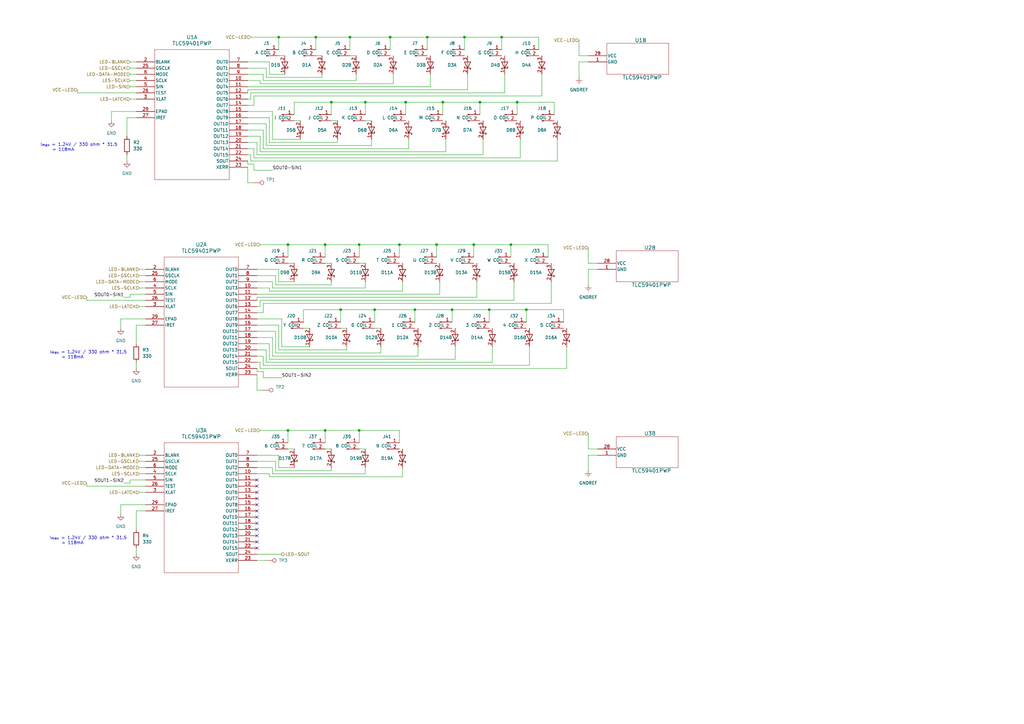
<source format=kicad_sch>
(kicad_sch (version 20230121) (generator eeschema)
  (paper "A3")
  (title_block (title "OUIJA"))
  (lib_symbols
    (symbol "Connector:Conn_01x02_Pin" (pin_names (offset 1.016) hide)
      (property "Reference" "J" (at 0 2.54 0))
      (property "Value" "Conn_01x02_Pin" (at 0 -5.08 0))
      (symbol "Conn_01x02_Pin_1_1"
        (polyline (pts (xy 1.27 -2.54) (xy 0.8636 -2.54)) (stroke (width 0.1524)))
        (polyline (pts (xy 1.27 0) (xy 0.8636 0)) (stroke (width 0.1524)))
        (rectangle (start 0.8636 -2.413) (end 0 -2.667) (stroke (width 0.1524)) (fill (type outline)))
        (rectangle (start 0.8636 0.127) (end 0 -0.127) (stroke (width 0.1524)) (fill (type outline)))
        (pin passive line (at 5.08 0 180) (length 3.81) (name "Pin_1") (number "1"))
        (pin passive line (at 5.08 -2.54 180) (length 3.81) (name "Pin_2") (number "2"))
      )
    )
    (symbol "Connector:TestPoint" (pin_numbers hide) (pin_names (offset 0.762) hide)
      (property "Reference" "TP" (at 0 6.858 0))
      (property "Value" "TestPoint" (at 0 5.08 0))
      (symbol "TestPoint_0_1"
        (circle (center 0 3.302) (radius 0.762))
      )
      (symbol "TestPoint_1_1"
        (pin passive line (at 0 0 90) (length 2.54) (name "1") (number "1"))
      )
    )
    (symbol "Device:D_Schottky_Dual_Series_KCA_Split" (pin_names (offset 0.762) hide)
      (property "Reference" "D" (at 0 2.54 0))
      (property "Value" "D_Schottky_Dual_Series_KCA_Split" (at 0 -2.54 0))
      (symbol "D_Schottky_Dual_Series_KCA_Split_0_1"
        (pin passive line (at 3.81 0 180) (length 2.54) (name "K") (number "2"))
      )
      (symbol "D_Schottky_Dual_Series_KCA_Split_1_1"
        (polyline (pts (xy 1.27 0) (xy -1.27 0)))
        (polyline (pts (xy -1.27 1.27) (xy 1.27 0) (xy -1.27 -1.27) (xy -1.27 1.27) (xy -1.27 1.27) (xy -1.27 1.27)) (stroke (width 0.254)))
        (polyline (pts (xy 1.778 1.016) (xy 1.778 1.27) (xy 1.27 1.27) (xy 1.27 -1.27) (xy 0.762 -1.27) (xy 0.762 -1.016)) (stroke (width 0.254)))
        (pin passive line (at -3.81 0 0) (length 2.54) (name "A") (number "3"))
      )
      (symbol "D_Schottky_Dual_Series_KCA_Split_2_1"
        (polyline (pts (xy -1.27 0) (xy 1.27 0)))
        (polyline (pts (xy -1.778 1.016) (xy -1.778 1.27) (xy -1.27 1.27) (xy -1.27 -1.27) (xy -0.762 -1.27) (xy -0.762 -1.016)) (stroke (width 0.254)))
        (polyline (pts (xy 1.27 1.27) (xy -1.27 0) (xy 1.27 -1.27) (xy 1.27 1.27) (xy 1.27 1.27) (xy 1.27 1.27)) (stroke (width 0.254)))
        (pin passive line (at -3.81 0 0) (length 2.54) (name "K") (number "1"))
      )
    )
    (symbol "Device:R" (pin_numbers hide) (pin_names (offset 0))
      (property "Reference" "R" (at 2.032 0 90))
      (property "Value" "R" (at 0 0 90))
      (symbol "R_0_1"
        (rectangle (start -1.016 -2.54) (end 1.016 2.54) (stroke (width 0.254)))
      )
      (symbol "R_1_1"
        (pin passive line (at 0 3.81 270) (length 1.27) (name "~") (number "1"))
        (pin passive line (at 0 -3.81 90) (length 1.27) (name "~") (number "2"))
      )
    )
    (symbol "library:TLC59401PWP" (pin_names (offset 0.254))
      (property "Reference" "U" (at 22.86 10.16 0))
      (property "Value" "TLC59401PWP" (at 22.86 7.62 0))
      (symbol "TLC59401PWP_1_1"
        (polyline (pts (xy 7.62 -48.26) (xy 38.1 -48.26)) (stroke (width 0.127)))
        (polyline (pts (xy 7.62 5.08) (xy 7.62 -48.26)) (stroke (width 0.127)))
        (polyline (pts (xy 38.1 -48.26) (xy 38.1 5.08)) (stroke (width 0.127)))
        (polyline (pts (xy 38.1 5.08) (xy 7.62 5.08)) (stroke (width 0.127)))
        (pin output line (at 45.72 -7.62 180) (length 7.62) (name "OUT3") (number "10"))
        (pin output line (at 45.72 -10.16 180) (length 7.62) (name "OUT4") (number "11"))
        (pin output line (at 45.72 -12.7 180) (length 7.62) (name "OUT5") (number "12"))
        (pin output line (at 45.72 -15.24 180) (length 7.62) (name "OUT6") (number "13"))
        (pin output line (at 45.72 -17.78 180) (length 7.62) (name "OUT7") (number "14"))
        (pin output line (at 45.72 -20.32 180) (length 7.62) (name "OUT8") (number "15"))
        (pin output line (at 45.72 -22.86 180) (length 7.62) (name "OUT9") (number "16"))
        (pin output line (at 45.72 -25.4 180) (length 7.62) (name "OUT10") (number "17"))
        (pin output line (at 45.72 -27.94 180) (length 7.62) (name "OUT11") (number "18"))
        (pin output line (at 45.72 -30.48 180) (length 7.62) (name "OUT12") (number "19"))
        (pin input line (at 0 0 0) (length 7.62) (name "BLANK") (number "2"))
        (pin output line (at 45.72 -33.02 180) (length 7.62) (name "OUT13") (number "20"))
        (pin output line (at 45.72 -35.56 180) (length 7.62) (name "OUT14") (number "21"))
        (pin output line (at 45.72 -38.1 180) (length 7.62) (name "OUT15") (number "22"))
        (pin output line (at 45.72 -43.18 180) (length 7.62) (name "XERR") (number "23"))
        (pin output line (at 45.72 -40.64 180) (length 7.62) (name "SOUT") (number "24"))
        (pin input line (at 0 -2.54 0) (length 7.62) (name "GSCLK") (number "25"))
        (pin input line (at 0 -12.7 0) (length 7.62) (name "TEST") (number "26"))
        (pin unspecified line (at 0 -22.86 0) (length 7.62) (name "IREF") (number "27"))
        (pin unspecified line (at 0 -20.32 0) (length 7.62) (name "EPAD") (number "29"))
        (pin input line (at 0 -15.24 0) (length 7.62) (name "XLAT") (number "3"))
        (pin input line (at 0 -7.62 0) (length 7.62) (name "SCLK") (number "4"))
        (pin input line (at 0 -10.16 0) (length 7.62) (name "SIN") (number "5"))
        (pin input line (at 0 -5.08 0) (length 7.62) (name "MODE") (number "6"))
        (pin output line (at 45.72 0 180) (length 7.62) (name "OUT0") (number "7"))
        (pin output line (at 45.72 -2.54 180) (length 7.62) (name "OUT1") (number "8"))
        (pin output line (at 45.72 -5.08 180) (length 7.62) (name "OUT2") (number "9"))
      )
      (symbol "TLC59401PWP_2_1"
        (polyline (pts (xy 7.62 -7.62) (xy 33.02 -7.62)) (stroke (width 0.127)))
        (polyline (pts (xy 7.62 5.08) (xy 7.62 -7.62)) (stroke (width 0.127)))
        (polyline (pts (xy 33.02 -7.62) (xy 33.02 5.08)) (stroke (width 0.127)))
        (polyline (pts (xy 33.02 5.08) (xy 7.62 5.08)) (stroke (width 0.127)))
        (pin power_in line (at 0 -2.54 0) (length 7.62) (name "GND") (number "1"))
        (pin power_in line (at 0 0 0) (length 7.62) (name "VCC") (number "28"))
      )
    )
    (symbol "power:GND" (power) (pin_names (offset 0))
      (property "Value" "GND" (at 0 -3.81 0))
      (symbol "GND_0_1"
        (polyline (pts (xy 0 0) (xy 0 -1.27) (xy 1.27 -1.27) (xy 0 -2.54) (xy -1.27 -1.27) (xy 0 -1.27)))
      )
      (symbol "GND_1_1"
        (pin power_in line (at 0 0 270) (length 0) hide (name "GND") (number "1"))
      )
    )
    (symbol "power:GNDREF" (power) (pin_names (offset 0))
      (property "Value" "GNDREF" (at 0 -3.81 0))
      (symbol "GNDREF_0_1"
        (polyline (pts (xy -0.635 -1.905) (xy 0.635 -1.905)))
        (polyline (pts (xy -0.127 -2.54) (xy 0.127 -2.54)))
        (polyline (pts (xy 0 -1.27) (xy 0 0)))
        (polyline (pts (xy 1.27 -1.27) (xy -1.27 -1.27)))
      )
      (symbol "GNDREF_1_1"
        (pin power_in line (at 0 0 270) (length 0) hide (name "GNDREF") (number "1"))
      )
    )
  )
  (junction (at 194.31 100.33))
  (junction (at 133.35 176.53))
  (junction (at 181.61 41.91))
  (junction (at 139.7 127))
  (junction (at 209.55 100.33))
  (junction (at 118.11 100.33))
  (junction (at 196.85 41.91))
  (junction (at 212.09 41.91))
  (junction (at 175.26 15.24))
  (junction (at 170.18 127))
  (junction (at 114.3 15.24))
  (junction (at 133.35 100.33))
  (junction (at 153.67 127))
  (junction (at 149.86 41.91))
  (junction (at 129.54 15.24))
  (junction (at 185.42 127))
  (junction (at 200.66 127))
  (junction (at 143.51 15.24))
  (junction (at 190.5 15.24))
  (junction (at 163.83 100.33))
  (junction (at 179.07 100.33))
  (junction (at 147.32 176.53))
  (junction (at 215.9 127))
  (junction (at 135.89 41.91))
  (junction (at 166.37 41.91))
  (junction (at 147.32 100.33))
  (junction (at 205.74 15.24))
  (junction (at 118.11 176.53))
  (junction (at 160.02 15.24))
  (no_connect (at 105.41 199.39))
  (no_connect (at 105.41 207.01))
  (no_connect (at 105.41 212.09))
  (no_connect (at 105.41 222.25))
  (no_connect (at 105.41 201.93))
  (no_connect (at 105.41 219.71))
  (no_connect (at 105.41 214.63))
  (no_connect (at 105.41 217.17))
  (no_connect (at 105.41 196.85))
  (no_connect (at 105.41 209.55))
  (no_connect (at 105.41 224.79))
  (no_connect (at 105.41 204.47))
  (wire (pts (xy 55.88 35.56) (xy 53.34 35.56)))
  (wire (pts (xy 114.3 133.35) (xy 114.3 143.51)))
  (wire (pts (xy 161.29 30.48) (xy 161.29 34.29)))
  (wire (pts (xy 105.41 189.23) (xy 113.03 189.23)))
  (wire (pts (xy 107.95 60.96) (xy 167.64 60.96)))
  (wire (pts (xy 101.6 40.64) (xy 102.87 40.64)))
  (wire (pts (xy 118.11 100.33) (xy 133.35 100.33)))
  (wire (pts (xy 110.49 195.58) (xy 165.1 195.58)))
  (wire (pts (xy 166.37 46.99) (xy 166.37 41.91)))
  (wire (pts (xy 101.6 27.94) (xy 109.22 27.94)))
  (wire (pts (xy 53.34 196.85) (xy 59.69 196.85)))
  (wire (pts (xy 118.11 105.41) (xy 118.11 100.33)))
  (wire (pts (xy 113.03 189.23) (xy 113.03 193.04)))
  (wire (pts (xy 101.6 50.8) (xy 109.22 50.8)))
  (wire (pts (xy 45.72 49.53) (xy 45.72 45.72)))
  (wire (pts (xy 222.25 39.37) (xy 222.25 30.48)))
  (wire (pts (xy 57.15 186.69) (xy 59.69 186.69)))
  (wire (pts (xy 153.67 132.08) (xy 153.67 127)))
  (wire (pts (xy 111.76 115.57) (xy 111.76 118.11)))
  (wire (pts (xy 110.49 140.97) (xy 110.49 147.32)))
  (wire (pts (xy 114.3 143.51) (xy 142.24 143.51)))
  (wire (pts (xy 106.68 100.33) (xy 118.11 100.33)))
  (wire (pts (xy 104.14 43.18) (xy 104.14 39.37)))
  (wire (pts (xy 102.87 66.04) (xy 228.6 66.04)))
  (wire (pts (xy 49.53 207.01) (xy 59.69 207.01)))
  (wire (pts (xy 53.34 33.02) (xy 55.88 33.02)))
  (wire (pts (xy 104.14 69.85) (xy 111.76 69.85)))
  (wire (pts (xy 175.26 15.24) (xy 160.02 15.24)))
  (wire (pts (xy 102.87 38.1) (xy 207.01 38.1)))
  (wire (pts (xy 114.3 110.49) (xy 105.41 110.49)))
  (wire (pts (xy 109.22 27.94) (xy 109.22 31.75)))
  (wire (pts (xy 104.14 60.96) (xy 104.14 64.77)))
  (wire (pts (xy 213.36 64.77) (xy 213.36 57.15)))
  (wire (pts (xy 241.3 101.6) (xy 241.3 107.95)))
  (wire (pts (xy 110.49 147.32) (xy 186.69 147.32)))
  (wire (pts (xy 110.49 30.48) (xy 110.49 25.4)))
  (wire (pts (xy 227.33 41.91) (xy 212.09 41.91)))
  (wire (pts (xy 111.76 146.05) (xy 171.45 146.05)))
  (wire (pts (xy 180.34 120.65) (xy 180.34 115.57)))
  (wire (pts (xy 110.49 48.26) (xy 110.49 58.42)))
  (wire (pts (xy 153.67 127) (xy 139.7 127)))
  (wire (pts (xy 105.41 160.02) (xy 107.95 160.02)))
  (wire (pts (xy 156.21 144.78) (xy 156.21 142.24)))
  (wire (pts (xy 224.79 100.33) (xy 209.55 100.33)))
  (wire (pts (xy 57.15 110.49) (xy 59.69 110.49)))
  (wire (pts (xy 105.41 227.33) (xy 115.57 227.33)))
  (wire (pts (xy 53.34 121.92) (xy 53.34 120.65)))
  (wire (pts (xy 181.61 46.99) (xy 181.61 41.91)))
  (wire (pts (xy 226.06 124.46) (xy 226.06 115.57)))
  (wire (pts (xy 113.03 135.89) (xy 113.03 144.78)))
  (wire (pts (xy 237.49 25.4) (xy 237.49 31.75)))
  (wire (pts (xy 105.41 138.43) (xy 111.76 138.43)))
  (wire (pts (xy 105.41 140.97) (xy 110.49 140.97)))
  (wire (pts (xy 107.95 53.34) (xy 107.95 60.96)))
  (wire (pts (xy 101.6 45.72) (xy 111.76 45.72)))
  (wire (pts (xy 59.69 113.03) (xy 57.15 113.03)))
  (wire (pts (xy 106.68 33.02) (xy 106.68 34.29)))
  (wire (pts (xy 220.98 20.32) (xy 220.98 15.24)))
  (wire (pts (xy 200.66 132.08) (xy 200.66 127)))
  (wire (pts (xy 105.41 121.92) (xy 195.58 121.92)))
  (wire (pts (xy 55.88 148.59) (xy 55.88 151.13)))
  (wire (pts (xy 105.41 58.42) (xy 105.41 63.5)))
  (wire (pts (xy 241.3 107.95) (xy 245.11 107.95)))
  (wire (pts (xy 53.34 30.48) (xy 55.88 30.48)))
  (wire (pts (xy 106.68 148.59) (xy 106.68 151.13)))
  (wire (pts (xy 57.15 201.93) (xy 59.69 201.93)))
  (wire (pts (xy 55.88 38.1) (xy 31.75 38.1)))
  (wire (pts (xy 105.41 143.51) (xy 109.22 143.51)))
  (wire (pts (xy 160.02 15.24) (xy 143.51 15.24)))
  (wire (pts (xy 106.68 125.73) (xy 106.68 123.19)))
  (wire (pts (xy 118.11 176.53) (xy 133.35 176.53)))
  (wire (pts (xy 107.95 30.48) (xy 107.95 33.02)))
  (wire (pts (xy 143.51 22.86) (xy 146.05 22.86)))
  (wire (pts (xy 113.03 193.04) (xy 135.89 193.04)))
  (wire (pts (xy 185.42 132.08) (xy 185.42 127)))
  (wire (pts (xy 147.32 107.95) (xy 149.86 107.95)))
  (wire (pts (xy 149.86 49.53) (xy 152.4 49.53)))
  (wire (pts (xy 143.51 20.32) (xy 143.51 15.24)))
  (wire (pts (xy 105.41 128.27) (xy 107.95 128.27)))
  (wire (pts (xy 35.56 199.39) (xy 35.56 198.12)))
  (wire (pts (xy 101.6 30.48) (xy 107.95 30.48)))
  (wire (pts (xy 52.07 63.5) (xy 52.07 66.04)))
  (wire (pts (xy 241.3 177.8) (xy 241.3 184.15)))
  (wire (pts (xy 105.41 229.87) (xy 109.22 229.87)))
  (wire (pts (xy 241.3 110.49) (xy 241.3 116.84)))
  (wire (pts (xy 120.65 46.99) (xy 120.65 41.91)))
  (wire (pts (xy 115.57 130.81) (xy 115.57 142.24)))
  (wire (pts (xy 111.76 118.11) (xy 149.86 118.11)))
  (wire (pts (xy 107.95 154.94) (xy 115.57 154.94)))
  (wire (pts (xy 59.69 133.35) (xy 55.88 133.35)))
  (wire (pts (xy 109.22 50.8) (xy 109.22 59.69)))
  (wire (pts (xy 209.55 105.41) (xy 209.55 100.33)))
  (wire (pts (xy 149.86 118.11) (xy 149.86 115.57)))
  (wire (pts (xy 55.88 224.79) (xy 55.88 227.33)))
  (wire (pts (xy 102.87 63.5) (xy 102.87 66.04)))
  (wire (pts (xy 120.65 191.77) (xy 114.3 191.77)))
  (wire (pts (xy 105.41 152.4) (xy 107.95 152.4)))
  (wire (pts (xy 107.95 152.4) (xy 107.95 154.94)))
  (wire (pts (xy 147.32 105.41) (xy 147.32 100.33)))
  (wire (pts (xy 53.34 198.12) (xy 53.34 196.85)))
  (wire (pts (xy 57.15 125.73) (xy 59.69 125.73)))
  (wire (pts (xy 107.95 146.05) (xy 107.95 149.86)))
  (wire (pts (xy 109.22 143.51) (xy 109.22 148.59)))
  (wire (pts (xy 57.15 118.11) (xy 59.69 118.11)))
  (wire (pts (xy 133.35 107.95) (xy 135.89 107.95)))
  (wire (pts (xy 165.1 115.57) (xy 165.1 119.38)))
  (wire (pts (xy 101.6 63.5) (xy 102.87 63.5)))
  (wire (pts (xy 142.24 143.51) (xy 142.24 142.24)))
  (wire (pts (xy 245.11 186.69) (xy 241.3 186.69)))
  (wire (pts (xy 105.41 63.5) (xy 198.12 63.5)))
  (wire (pts (xy 105.41 113.03) (xy 113.03 113.03)))
  (wire (pts (xy 135.89 41.91) (xy 135.89 46.99)))
  (wire (pts (xy 195.58 121.92) (xy 195.58 115.57)))
  (wire (pts (xy 106.68 176.53) (xy 118.11 176.53)))
  (wire (pts (xy 106.68 123.19) (xy 210.82 123.19)))
  (wire (pts (xy 147.32 176.53) (xy 133.35 176.53)))
  (wire (pts (xy 101.6 60.96) (xy 104.14 60.96)))
  (wire (pts (xy 101.6 58.42) (xy 105.41 58.42)))
  (wire (pts (xy 105.41 135.89) (xy 113.03 135.89)))
  (wire (pts (xy 114.3 191.77) (xy 114.3 186.69)))
  (wire (pts (xy 104.14 64.77) (xy 213.36 64.77)))
  (wire (pts (xy 114.3 20.32) (xy 114.3 15.24)))
  (wire (pts (xy 176.53 35.56) (xy 176.53 30.48)))
  (wire (pts (xy 101.6 74.93) (xy 104.14 74.93)))
  (wire (pts (xy 104.14 67.31) (xy 104.14 69.85)))
  (wire (pts (xy 201.93 148.59) (xy 201.93 142.24)))
  (wire (pts (xy 49.53 130.81) (xy 59.69 130.81)))
  (wire (pts (xy 198.12 63.5) (xy 198.12 57.15)))
  (wire (pts (xy 105.41 121.92) (xy 105.41 123.19)))
  (wire (pts (xy 55.88 48.26) (xy 52.07 48.26)))
  (wire (pts (xy 196.85 41.91) (xy 181.61 41.91)))
  (wire (pts (xy 241.3 184.15) (xy 245.11 184.15)))
  (wire (pts (xy 102.87 40.64) (xy 102.87 38.1)))
  (wire (pts (xy 147.32 100.33) (xy 133.35 100.33)))
  (wire (pts (xy 101.6 36.83) (xy 191.77 36.83)))
  (wire (pts (xy 181.61 41.91) (xy 166.37 41.91)))
  (wire (pts (xy 237.49 16.51) (xy 237.49 22.86)))
  (wire (pts (xy 139.7 127) (xy 139.7 132.08)))
  (wire (pts (xy 118.11 181.61) (xy 118.11 176.53)))
  (wire (pts (xy 105.41 194.31) (xy 110.49 194.31)))
  (wire (pts (xy 55.88 209.55) (xy 55.88 217.17)))
  (wire (pts (xy 111.76 191.77) (xy 111.76 194.31)))
  (wire (pts (xy 113.03 113.03) (xy 113.03 116.84)))
  (wire (pts (xy 109.22 31.75) (xy 132.08 31.75)))
  (wire (pts (xy 110.49 25.4) (xy 101.6 25.4)))
  (wire (pts (xy 133.35 176.53) (xy 133.35 181.61)))
  (wire (pts (xy 129.54 15.24) (xy 129.54 20.32)))
  (wire (pts (xy 245.11 110.49) (xy 241.3 110.49)))
  (wire (pts (xy 215.9 127) (xy 200.66 127)))
  (wire (pts (xy 101.6 55.88) (xy 106.68 55.88)))
  (wire (pts (xy 105.41 125.73) (xy 106.68 125.73)))
  (wire (pts (xy 241.3 25.4) (xy 237.49 25.4)))
  (wire (pts (xy 182.88 62.23) (xy 182.88 57.15)))
  (wire (pts (xy 107.95 124.46) (xy 226.06 124.46)))
  (wire (pts (xy 135.89 49.53) (xy 138.43 49.53)))
  (wire (pts (xy 116.84 30.48) (xy 110.49 30.48)))
  (wire (pts (xy 163.83 100.33) (xy 147.32 100.33)))
  (wire (pts (xy 101.6 68.58) (xy 101.6 74.93)))
  (wire (pts (xy 101.6 43.18) (xy 104.14 43.18)))
  (wire (pts (xy 120.65 49.53) (xy 123.19 49.53)))
  (wire (pts (xy 59.69 199.39) (xy 35.56 199.39)))
  (wire (pts (xy 111.76 57.15) (xy 123.19 57.15)))
  (wire (pts (xy 124.46 127) (xy 139.7 127)))
  (wire (pts (xy 194.31 100.33) (xy 179.07 100.33)))
  (wire (pts (xy 113.03 144.78) (xy 156.21 144.78)))
  (wire (pts (xy 124.46 134.62) (xy 127 134.62)))
  (wire (pts (xy 118.11 184.15) (xy 120.65 184.15)))
  (wire (pts (xy 53.34 121.92) (xy 50.8 121.92)))
  (wire (pts (xy 215.9 132.08) (xy 215.9 127)))
  (wire (pts (xy 135.89 116.84) (xy 135.89 115.57)))
  (wire (pts (xy 190.5 15.24) (xy 175.26 15.24)))
  (wire (pts (xy 110.49 194.31) (xy 110.49 195.58)))
  (wire (pts (xy 170.18 132.08) (xy 170.18 127)))
  (wire (pts (xy 53.34 40.64) (xy 55.88 40.64)))
  (wire (pts (xy 114.3 115.57) (xy 114.3 110.49)))
  (wire (pts (xy 109.22 148.59) (xy 201.93 148.59)))
  (wire (pts (xy 129.54 22.86) (xy 132.08 22.86)))
  (wire (pts (xy 217.17 149.86) (xy 217.17 142.24)))
  (wire (pts (xy 101.6 35.56) (xy 176.53 35.56)))
  (wire (pts (xy 163.83 105.41) (xy 163.83 100.33)))
  (wire (pts (xy 152.4 59.69) (xy 152.4 57.15)))
  (wire (pts (xy 207.01 38.1) (xy 207.01 30.48)))
  (wire (pts (xy 220.98 15.24) (xy 205.74 15.24)))
  (wire (pts (xy 110.49 119.38) (xy 165.1 119.38)))
  (wire (pts (xy 105.41 152.4) (xy 105.41 151.13)))
  (wire (pts (xy 133.35 100.33) (xy 133.35 105.41)))
  (wire (pts (xy 114.3 15.24) (xy 129.54 15.24)))
  (wire (pts (xy 49.53 134.62) (xy 49.53 130.81)))
  (wire (pts (xy 106.68 34.29) (xy 161.29 34.29)))
  (wire (pts (xy 106.68 151.13) (xy 232.41 151.13)))
  (wire (pts (xy 106.68 55.88) (xy 106.68 62.23)))
  (wire (pts (xy 59.69 189.23) (xy 57.15 189.23)))
  (wire (pts (xy 53.34 198.12) (xy 50.8 198.12)))
  (wire (pts (xy 31.75 38.1) (xy 31.75 36.83)))
  (wire (pts (xy 35.56 123.19) (xy 35.56 121.92)))
  (wire (pts (xy 120.65 115.57) (xy 114.3 115.57)))
  (wire (pts (xy 57.15 115.57) (xy 59.69 115.57)))
  (wire (pts (xy 113.03 116.84) (xy 135.89 116.84)))
  (wire (pts (xy 212.09 41.91) (xy 196.85 41.91)))
  (wire (pts (xy 111.76 194.31) (xy 149.86 194.31)))
  (wire (pts (xy 105.41 120.65) (xy 180.34 120.65)))
  (wire (pts (xy 196.85 46.99) (xy 196.85 41.91)))
  (wire (pts (xy 185.42 127) (xy 170.18 127)))
  (wire (pts (xy 109.22 59.69) (xy 152.4 59.69)))
  (wire (pts (xy 101.6 33.02) (xy 106.68 33.02)))
  (wire (pts (xy 105.41 130.81) (xy 115.57 130.81)))
  (wire (pts (xy 110.49 58.42) (xy 138.43 58.42)))
  (wire (pts (xy 107.95 33.02) (xy 146.05 33.02)))
  (wire (pts (xy 190.5 20.32) (xy 190.5 15.24)))
  (wire (pts (xy 101.6 36.83) (xy 101.6 38.1)))
  (wire (pts (xy 107.95 128.27) (xy 107.95 124.46)))
  (wire (pts (xy 107.95 149.86) (xy 217.17 149.86)))
  (wire (pts (xy 53.34 25.4) (xy 55.88 25.4)))
  (wire (pts (xy 101.6 67.31) (xy 101.6 66.04)))
  (wire (pts (xy 52.07 48.26) (xy 52.07 55.88)))
  (wire (pts (xy 166.37 41.91) (xy 149.86 41.91)))
  (wire (pts (xy 53.34 120.65) (xy 59.69 120.65)))
  (wire (pts (xy 111.76 138.43) (xy 111.76 146.05)))
  (wire (pts (xy 170.18 127) (xy 153.67 127)))
  (wire (pts (xy 163.83 181.61) (xy 163.83 176.53)))
  (wire (pts (xy 57.15 191.77) (xy 59.69 191.77)))
  (wire (pts (xy 191.77 36.83) (xy 191.77 30.48)))
  (wire (pts (xy 175.26 20.32) (xy 175.26 15.24)))
  (wire (pts (xy 209.55 100.33) (xy 194.31 100.33)))
  (wire (pts (xy 105.41 146.05) (xy 107.95 146.05)))
  (wire (pts (xy 212.09 46.99) (xy 212.09 41.91)))
  (wire (pts (xy 106.68 62.23) (xy 182.88 62.23)))
  (wire (pts (xy 163.83 176.53) (xy 147.32 176.53)))
  (wire (pts (xy 147.32 181.61) (xy 147.32 176.53)))
  (wire (pts (xy 210.82 123.19) (xy 210.82 115.57)))
  (wire (pts (xy 171.45 146.05) (xy 171.45 142.24)))
  (wire (pts (xy 153.67 134.62) (xy 156.21 134.62)))
  (wire (pts (xy 59.69 209.55) (xy 55.88 209.55)))
  (wire (pts (xy 105.41 191.77) (xy 111.76 191.77)))
  (wire (pts (xy 135.89 193.04) (xy 135.89 191.77)))
  (wire (pts (xy 102.87 15.24) (xy 114.3 15.24)))
  (wire (pts (xy 55.88 133.35) (xy 55.88 140.97)))
  (wire (pts (xy 160.02 20.32) (xy 160.02 15.24)))
  (wire (pts (xy 101.6 53.34) (xy 107.95 53.34)))
  (wire (pts (xy 133.35 184.15) (xy 135.89 184.15)))
  (wire (pts (xy 139.7 134.62) (xy 142.24 134.62)))
  (wire (pts (xy 120.65 41.91) (xy 135.89 41.91)))
  (wire (pts (xy 241.3 186.69) (xy 241.3 193.04)))
  (wire (pts (xy 105.41 118.11) (xy 110.49 118.11)))
  (wire (pts (xy 149.86 41.91) (xy 135.89 41.91)))
  (wire (pts (xy 179.07 100.33) (xy 163.83 100.33)))
  (wire (pts (xy 205.74 15.24) (xy 190.5 15.24)))
  (wire (pts (xy 105.41 115.57) (xy 111.76 115.57)))
  (wire (pts (xy 186.69 147.32) (xy 186.69 142.24)))
  (wire (pts (xy 167.64 60.96) (xy 167.64 57.15)))
  (wire (pts (xy 105.41 148.59) (xy 106.68 148.59)))
  (wire (pts (xy 200.66 127) (xy 185.42 127)))
  (wire (pts (xy 132.08 31.75) (xy 132.08 30.48)))
  (wire (pts (xy 101.6 48.26) (xy 110.49 48.26)))
  (wire (pts (xy 105.41 153.67) (xy 105.41 160.02)))
  (wire (pts (xy 205.74 20.32) (xy 205.74 15.24)))
  (wire (pts (xy 104.14 39.37) (xy 222.25 39.37)))
  (wire (pts (xy 118.11 107.95) (xy 120.65 107.95)))
  (wire (pts (xy 49.53 210.82) (xy 49.53 207.01)))
  (wire (pts (xy 55.88 27.94) (xy 53.34 27.94)))
  (wire (pts (xy 114.3 186.69) (xy 105.41 186.69)))
  (wire (pts (xy 146.05 33.02) (xy 146.05 30.48)))
  (wire (pts (xy 232.41 151.13) (xy 232.41 142.24)))
  (wire (pts (xy 59.69 123.19) (xy 35.56 123.19)))
  (wire (pts (xy 105.41 133.35) (xy 114.3 133.35)))
  (wire (pts (xy 111.76 45.72) (xy 111.76 57.15)))
  (wire (pts (xy 228.6 66.04) (xy 228.6 57.15)))
  (wire (pts (xy 147.32 184.15) (xy 149.86 184.15)))
  (wire (pts (xy 138.43 58.42) (xy 138.43 57.15)))
  (wire (pts (xy 231.14 127) (xy 215.9 127)))
  (wire (pts (xy 237.49 22.86) (xy 241.3 22.86)))
  (wire (pts (xy 57.15 194.31) (xy 59.69 194.31)))
  (wire (pts (xy 143.51 15.24) (xy 129.54 15.24)))
  (wire (pts (xy 115.57 142.24) (xy 127 142.24)))
  (wire (pts (xy 124.46 132.08) (xy 124.46 127)))
  (wire (pts (xy 114.3 22.86) (xy 116.84 22.86)))
  (wire (pts (xy 231.14 132.08) (xy 231.14 127)))
  (wire (pts (xy 45.72 45.72) (xy 55.88 45.72)))
  (wire (pts (xy 149.86 194.31) (xy 149.86 191.77)))
  (wire (pts (xy 179.07 105.41) (xy 179.07 100.33)))
  (wire (pts (xy 224.79 105.41) (xy 224.79 100.33)))
  (wire (pts (xy 110.49 118.11) (xy 110.49 119.38)))
  (wire (pts (xy 149.86 46.99) (xy 149.86 41.91)))
  (wire (pts (xy 165.1 191.77) (xy 165.1 195.58)))
  (wire (pts (xy 227.33 46.99) (xy 227.33 41.91)))
  (wire (pts (xy 101.6 67.31) (xy 104.14 67.31)))
  (wire (pts (xy 194.31 105.41) (xy 194.31 100.33)))
  (text "I_{max} = 1.24V / 330 ohm * 31.5 \n     = 118mA" (at 20.32 147.32 0) (effects (font (size 1.27 1.27)) (justify left bottom)))
  (text "I_{max} = 1.24V / 330 ohm * 31.5 \n     = 118mA" (at 16.51 62.23 0) (effects (font (size 1.27 1.27)) (justify left bottom)))
  (text "I_{max} = 1.24V / 330 ohm * 31.5 \n     = 118mA" (at 20.32 223.52 0) (effects (font (size 1.27 1.27)) (justify left bottom)))
  (label "SOUT1-SIN2" (at 115.57 154.94 0))
  (label "SOUT0-SIN1" (at 111.76 69.85 0))
  (label "SOUT1-SIN2" (at 50.8 198.12 180))
  (label "SOUT0-SIN1" (at 50.8 121.92 180))
  (hierarchical_label "LED-LATCH" (shape input) (at 57.15 201.93 180))
  (hierarchical_label "LES-SCLK" (shape input) (at 53.34 33.02 180))
  (hierarchical_label "LED-BLANK" (shape input) (at 57.15 110.49 180))
  (hierarchical_label "LES-SCLK" (shape input) (at 57.15 118.11 180))
  (hierarchical_label "LED-SIN" (shape input) (at 53.34 35.56 180))
  (hierarchical_label "LED-GSCLK" (shape input) (at 53.34 27.94 180))
  (hierarchical_label "LED-LATCH" (shape input) (at 57.15 125.73 180))
  (hierarchical_label "VCC-LED" (shape input) (at 241.3 101.6 180))
  (hierarchical_label "VCC-LED" (shape input) (at 102.87 15.24 180))
  (hierarchical_label "VCC-LED" (shape input) (at 237.49 16.51 180))
  (hierarchical_label "VCC-LED" (shape input) (at 106.68 100.33 180))
  (hierarchical_label "VCC-LED" (shape input) (at 106.68 176.53 180))
  (hierarchical_label "LED-BLANK" (shape input) (at 53.34 25.4 180))
  (hierarchical_label "LED-GSCLK" (shape input) (at 57.15 113.03 180))
  (hierarchical_label "VCC-LED" (shape input) (at 31.75 36.83 180))
  (hierarchical_label "LED-BLANK" (shape input) (at 57.15 186.69 180))
  (hierarchical_label "LED-SOUT" (shape output) (at 115.57 227.33 0))
  (hierarchical_label "LES-SCLK" (shape input) (at 57.15 194.31 180))
  (hierarchical_label "LED-DATA-MODE" (shape input) (at 53.34 30.48 180))
  (hierarchical_label "VCC-LED" (shape input) (at 35.56 198.12 180))
  (hierarchical_label "VCC-LED" (shape input) (at 35.56 121.92 180))
  (hierarchical_label "LED-GSCLK" (shape input) (at 57.15 189.23 180))
  (hierarchical_label "LED-DATA-MODE" (shape input) (at 57.15 191.77 180))
  (hierarchical_label "LED-LATCH" (shape input) (at 53.34 40.64 180))
  (hierarchical_label "LED-DATA-MODE" (shape input) (at 57.15 115.57 180))
  (hierarchical_label "VCC-LED" (shape input) (at 241.3 177.8 180))
  (symbol (lib_id "Connector:Conn_01x02_Pin") (at 158.75 181.61 0) (unit 1)
    (property "Reference" "J41" (at 158.75 179.07 0))
    (property "Value" "9 COIL" (at 157.48 182.88 0))
  )
  (symbol (lib_id "Device:D_Schottky_Dual_Series_KCA_Split") (at 165.1 187.96 270) (unit 1)
    (property "Reference" "D19" (at 158.75 187.96 90))
    (property "Value" "D_Schottky_Dual_Series_KCA_Split" (effects hide))
  )
  (symbol (lib_id "Device:D_Schottky_Dual_Series_KCA_Split") (at 226.06 111.76 270) (unit 1)
    (property "Reference" "D15" (at 219.71 111.76 90))
    (property "Value" "D_Schottky_Dual_Series_KCA_Split" (effects hide))
  )
  (symbol (lib_id "Connector:Conn_01x02_Pin") (at 189.23 105.41 0) (unit 1)
    (property "Reference" "J29" (at 189.23 102.87 0))
    (property "Value" "V COIL" (at 187.96 106.68 0))
  )
  (symbol (lib_id "Device:D_Schottky_Dual_Series_KCA_Split") (at 213.36 53.34 90) (unit 2)
    (property "Reference" "D8" (at 209.55 53.34 90))
    (property "Value" "D_Schottky_Dual_Series_KCA_Split" (effects hide))
  )
  (symbol (lib_id "Connector:Conn_01x02_Pin") (at 119.38 132.08 0) (unit 1)
    (property "Reference" "J20" (at 119.38 129.54 0))
    (property "Value" "Y COIL" (at 119.38 133.35 0))
  )
  (symbol (lib_id "Connector:Conn_01x02_Pin") (at 191.77 46.99 0) (unit 1)
    (property "Reference" "J16" (at 191.77 44.45 0))
    (property "Value" "N COIL" (at 190.5 48.26 0))
  )
  (symbol (lib_id "Device:D_Schottky_Dual_Series_KCA_Split") (at 127 138.43 90) (unit 2)
    (property "Reference" "D10" (at 123.19 138.43 90))
    (property "Value" "D_Schottky_Dual_Series_KCA_Split" (effects hide))
  )
  (symbol (lib_id "Connector:Conn_01x02_Pin") (at 204.47 105.41 0) (unit 1)
    (property "Reference" "J31" (at 204.47 102.87 0))
    (property "Value" "W COIL" (at 203.2 106.68 0))
  )
  (symbol (lib_id "Device:D_Schottky_Dual_Series_KCA_Split") (at 132.08 26.67 270) (unit 1)
    (property "Reference" "D1" (at 125.73 26.67 90))
    (property "Value" "D_Schottky_Dual_Series_KCA_Split" (effects hide))
  )
  (symbol (lib_id "power:GND") (at 55.88 227.33 0) (unit 1)
    (property "Reference" "#PWR012" (effects hide))
    (property "Value" "GND" (at 55.88 232.41 0))
  )
  (symbol (lib_id "Connector:Conn_01x02_Pin") (at 173.99 105.41 0) (unit 1)
    (property "Reference" "J27" (at 173.99 102.87 0))
    (property "Value" "U COIL" (at 172.72 106.68 0))
  )
  (symbol (lib_id "Connector:Conn_01x02_Pin") (at 124.46 20.32 0) (unit 1)
    (property "Reference" "J4" (at 124.46 17.78 0))
    (property "Value" "B COIL" (at 123.19 21.59 0))
  )
  (symbol (lib_id "Device:D_Schottky_Dual_Series_KCA_Split") (at 116.84 26.67 90) (unit 2)
    (property "Reference" "D1" (at 113.03 26.67 90))
    (property "Value" "D_Schottky_Dual_Series_KCA_Split" (effects hide))
  )
  (symbol (lib_id "Device:D_Schottky_Dual_Series_KCA_Split") (at 156.21 138.43 90) (unit 2)
    (property "Reference" "D12" (at 152.4 138.43 90))
    (property "Value" "D_Schottky_Dual_Series_KCA_Split" (effects hide))
  )
  (symbol (lib_id "Device:D_Schottky_Dual_Series_KCA_Split") (at 201.93 138.43 270) (unit 1)
    (property "Reference" "D14" (at 195.58 138.43 90))
    (property "Value" "D_Schottky_Dual_Series_KCA_Split" (effects hide))
  )
  (symbol (lib_id "Device:D_Schottky_Dual_Series_KCA_Split") (at 180.34 111.76 90) (unit 2)
    (property "Reference" "D13" (at 176.53 111.76 90))
    (property "Value" "D_Schottky_Dual_Series_KCA_Split" (effects hide))
  )
  (symbol (lib_id "Connector:Conn_01x02_Pin") (at 142.24 181.61 0) (unit 1)
    (property "Reference" "J39" (at 142.24 179.07 0))
    (property "Value" "8 COIL" (at 140.97 182.88 0))
  )
  (symbol (lib_id "Connector:Conn_01x02_Pin") (at 165.1 132.08 0) (unit 1)
    (property "Reference" "J26" (at 165.1 129.54 0))
    (property "Value" "1 COIL" (at 163.83 133.35 0))
  )
  (symbol (lib_id "Connector:Conn_01x02_Pin") (at 180.34 132.08 0) (unit 1)
    (property "Reference" "J28" (at 180.34 129.54 0))
    (property "Value" "2 COIL" (at 179.07 133.35 0))
  )
  (symbol (lib_id "Connector:Conn_01x02_Pin") (at 219.71 105.41 0) (unit 1)
    (property "Reference" "J33" (at 219.71 102.87 0))
    (property "Value" "X COIL" (at 218.44 106.68 0))
  )
  (symbol (lib_id "Device:D_Schottky_Dual_Series_KCA_Split") (at 198.12 53.34 270) (unit 1)
    (property "Reference" "D7" (at 191.77 53.34 90))
    (property "Value" "D_Schottky_Dual_Series_KCA_Split" (effects hide))
  )
  (symbol (lib_id "Connector:Conn_01x02_Pin") (at 128.27 105.41 0) (unit 1)
    (property "Reference" "J21" (at 128.27 102.87 0))
    (property "Value" "R COIL" (at 127 106.68 0))
  )
  (symbol (lib_id "Device:D_Schottky_Dual_Series_KCA_Split") (at 161.29 26.67 270) (unit 1)
    (property "Reference" "D2" (at 154.94 26.67 90))
    (property "Value" "D_Schottky_Dual_Series_KCA_Split" (effects hide))
  )
  (symbol (lib_id "Connector:Conn_01x02_Pin") (at 154.94 20.32 0) (unit 1)
    (property "Reference" "J6" (at 154.94 17.78 0))
    (property "Value" "D COIL" (at 153.67 21.59 0))
  )
  (symbol (lib_id "Connector:Conn_01x02_Pin") (at 128.27 181.61 0) (unit 1)
    (property "Reference" "J37" (at 128.27 179.07 0))
    (property "Value" "7 COIL" (at 127 182.88 0))
  )
  (symbol (lib_id "power:GNDREF") (at 241.3 116.84 0) (unit 1)
    (property "Reference" "#PWR010" (effects hide))
    (property "Value" "GNDREF" (at 241.3 121.92 0))
  )
  (symbol (lib_id "power:GND") (at 55.88 151.13 0) (unit 1)
    (property "Reference" "#PWR09" (effects hide))
    (property "Value" "GND" (at 55.88 156.21 0))
  )
  (symbol (lib_id "Connector:Conn_01x02_Pin") (at 113.03 105.41 0) (unit 1)
    (property "Reference" "J19" (at 113.03 102.87 0))
    (property "Value" "Q COIL" (at 111.76 106.68 0))
  )
  (symbol (lib_id "Connector:Conn_01x02_Pin") (at 142.24 105.41 0) (unit 1)
    (property "Reference" "J23" (at 142.24 102.87 0))
    (property "Value" "S COIL" (at 140.97 106.68 0))
  )
  (symbol (lib_id "Connector:Conn_01x02_Pin") (at 115.57 46.99 0) (unit 1)
    (property "Reference" "J11" (at 115.57 44.45 0))
    (property "Value" "I COIL" (at 115.57 48.26 0))
  )
  (symbol (lib_id "Device:D_Schottky_Dual_Series_KCA_Split") (at 167.64 53.34 270) (unit 1)
    (property "Reference" "D6" (at 161.29 53.34 90))
    (property "Value" "D_Schottky_Dual_Series_KCA_Split" (effects hide))
  )
  (symbol (lib_id "Device:D_Schottky_Dual_Series_KCA_Split") (at 142.24 138.43 270) (unit 1)
    (property "Reference" "D10" (at 135.89 138.43 90))
    (property "Value" "D_Schottky_Dual_Series_KCA_Split" (effects hide))
  )
  (symbol (lib_id "Device:D_Schottky_Dual_Series_KCA_Split") (at 138.43 53.34 270) (unit 1)
    (property "Reference" "D5" (at 132.08 53.34 90))
    (property "Value" "D_Schottky_Dual_Series_KCA_Split" (effects hide))
  )
  (symbol (lib_id "Device:D_Schottky_Dual_Series_KCA_Split") (at 135.89 111.76 270) (unit 1)
    (property "Reference" "D9" (at 129.54 111.76 90))
    (property "Value" "D_Schottky_Dual_Series_KCA_Split" (effects hide))
  )
  (symbol (lib_id "Connector:Conn_01x02_Pin") (at 210.82 132.08 0) (unit 1)
    (property "Reference" "J32" (at 210.82 129.54 0))
    (property "Value" "4 COIL" (at 209.55 133.35 0))
  )
  (symbol (lib_id "Device:D_Schottky_Dual_Series_KCA_Split") (at 182.88 53.34 90) (unit 2)
    (property "Reference" "D7" (at 179.07 53.34 90))
    (property "Value" "D_Schottky_Dual_Series_KCA_Split" (effects hide))
  )
  (symbol (lib_id "Connector:Conn_01x02_Pin") (at 130.81 46.99 0) (unit 1)
    (property "Reference" "J12" (at 130.81 44.45 0))
    (property "Value" "J COIL" (at 129.54 48.26 0))
  )
  (symbol (lib_id "Connector:Conn_01x02_Pin") (at 176.53 46.99 0) (unit 1)
    (property "Reference" "J15" (at 176.53 44.45 0))
    (property "Value" "M COIL" (at 175.26 48.26 0))
  )
  (symbol (lib_id "Device:R") (at 55.88 220.98 0) (unit 1)
    (property "Reference" "R4" (at 58.42 219.71 0) (effects (justify left)))
    (property "Value" "330" (at 58.42 222.25 0) (effects (justify left)))
  )
  (symbol (lib_id "Device:D_Schottky_Dual_Series_KCA_Split") (at 176.53 26.67 90) (unit 2)
    (property "Reference" "D3" (at 172.72 26.67 90))
    (property "Value" "D_Schottky_Dual_Series_KCA_Split" (effects hide))
  )
  (symbol (lib_id "library:TLC59401PWP") (at 59.69 186.69 0) (unit 1)
    (property "Reference" "U3" (at 82.55 176.53 0) (effects (font (size 1.524 1.524))))
    (property "Value" "TLC59401PWP" (at 82.55 179.07 0) (effects (font (size 1.524 1.524))))
    (property "Footprint" "PWP28_6P17X2P4" (effects hide))
    (property "Datasheet" "TLC59401PWP" (effects hide))
  )
  (symbol (lib_id "Device:D_Schottky_Dual_Series_KCA_Split") (at 207.01 26.67 90) (unit 2)
    (property "Reference" "D4" (at 203.2 26.67 90))
    (property "Value" "D_Schottky_Dual_Series_KCA_Split" (effects hide))
  )
  (symbol (lib_id "Device:D_Schottky_Dual_Series_KCA_Split") (at 123.19 53.34 90) (unit 2)
    (property "Reference" "D5" (at 119.38 53.34 90))
    (property "Value" "D_Schottky_Dual_Series_KCA_Split" (effects hide))
  )
  (symbol (lib_id "Connector:TestPoint") (at 104.14 74.93 270) (unit 1)
    (property "Reference" "TP1" (at 109.22 73.66 90) (effects (justify left)))
    (property "Value" "TestPoint" (effects hide))
  )
  (symbol (lib_id "Connector:Conn_01x02_Pin") (at 148.59 132.08 0) (unit 1)
    (property "Reference" "J24" (at 148.59 129.54 0))
    (property "Value" "0 COIL" (at 147.32 133.35 0))
  )
  (symbol (lib_id "Connector:Conn_01x02_Pin") (at 158.75 105.41 0) (unit 1)
    (property "Reference" "J25" (at 158.75 102.87 0))
    (property "Value" "T COIL" (at 157.48 106.68 0))
  )
  (symbol (lib_id "power:GNDREF") (at 237.49 31.75 0) (unit 1)
    (property "Reference" "#PWR07" (effects hide))
    (property "Value" "GNDREF" (at 237.49 36.83 0))
  )
  (symbol (lib_id "power:GNDREF") (at 241.3 193.04 0) (unit 1)
    (property "Reference" "#PWR013" (effects hide))
    (property "Value" "GNDREF" (at 241.3 198.12 0))
  )
  (symbol (lib_id "Device:D_Schottky_Dual_Series_KCA_Split") (at 149.86 187.96 90) (unit 2)
    (property "Reference" "D19" (at 146.05 187.96 90))
    (property "Value" "D_Schottky_Dual_Series_KCA_Split" (effects hide))
  )
  (symbol (lib_id "Connector:Conn_01x02_Pin") (at 207.01 46.99 0) (unit 1)
    (property "Reference" "J17" (at 207.01 44.45 0))
    (property "Value" "O COIL" (at 205.74 48.26 0))
  )
  (symbol (lib_id "Connector:TestPoint") (at 107.95 160.02 270) (unit 1)
    (property "Reference" "TP2" (at 113.03 158.75 90) (effects (justify left)))
    (property "Value" "TestPoint" (effects hide))
  )
  (symbol (lib_id "Device:D_Schottky_Dual_Series_KCA_Split") (at 232.41 138.43 270) (unit 1)
    (property "Reference" "D16" (at 226.06 138.43 90))
    (property "Value" "D_Schottky_Dual_Series_KCA_Split" (effects hide))
  )
  (symbol (lib_id "Connector:TestPoint") (at 109.22 229.87 270) (unit 1)
    (property "Reference" "TP3" (at 114.3 229.87 90) (effects (justify left)))
    (property "Value" "TestPoint" (effects hide))
  )
  (symbol (lib_id "Device:D_Schottky_Dual_Series_KCA_Split") (at 222.25 26.67 270) (unit 1)
    (property "Reference" "D4" (at 215.9 26.67 90))
    (property "Value" "D_Schottky_Dual_Series_KCA_Split" (effects hide))
  )
  (symbol (lib_id "library:TLC59401PWP") (at 55.88 25.4 0) (unit 1)
    (property "Reference" "U1" (at 78.74 15.24 0) (effects (font (size 1.524 1.524))))
    (property "Value" "TLC59401PWP" (at 78.74 17.78 0) (effects (font (size 1.524 1.524))))
    (property "Footprint" "PWP28_6P17X2P4" (effects hide))
    (property "Datasheet" "TLC59401PWP" (effects hide))
  )
  (symbol (lib_id "Connector:Conn_01x02_Pin") (at 138.43 20.32 0) (unit 1)
    (property "Reference" "J5" (at 138.43 17.78 0))
    (property "Value" "C COIL" (at 137.16 21.59 0))
  )
  (symbol (lib_id "Device:D_Schottky_Dual_Series_KCA_Split") (at 146.05 26.67 90) (unit 2)
    (property "Reference" "D2" (at 142.24 26.67 90))
    (property "Value" "D_Schottky_Dual_Series_KCA_Split" (effects hide))
  )
  (symbol (lib_id "Connector:Conn_01x02_Pin") (at 113.03 181.61 0) (unit 1)
    (property "Reference" "J35" (at 113.03 179.07 0))
    (property "Value" "6 COIL" (at 111.76 182.88 0))
  )
  (symbol (lib_id "Connector:Conn_01x02_Pin") (at 109.22 20.32 0) (unit 1)
    (property "Reference" "J3" (at 109.22 17.78 0))
    (property "Value" "A COIL" (at 107.95 21.59 0))
  )
  (symbol (lib_id "Device:D_Schottky_Dual_Series_KCA_Split") (at 210.82 111.76 90) (unit 2)
    (property "Reference" "D15" (at 207.01 111.76 90))
    (property "Value" "D_Schottky_Dual_Series_KCA_Split" (effects hide))
  )
  (symbol (lib_id "Device:D_Schottky_Dual_Series_KCA_Split") (at 120.65 187.96 90) (unit 2)
    (property "Reference" "D17" (at 116.84 187.96 90))
    (property "Value" "D_Schottky_Dual_Series_KCA_Split" (effects hide))
  )
  (symbol (lib_id "power:GND") (at 45.72 49.53 0) (unit 1)
    (property "Reference" "#PWR05" (effects hide))
    (property "Value" "GND" (at 45.72 54.61 0))
  )
  (symbol (lib_id "Connector:Conn_01x02_Pin") (at 144.78 46.99 0) (unit 1)
    (property "Reference" "J13" (at 144.78 44.45 0))
    (property "Value" "K COIL" (at 143.51 48.26 0))
  )
  (symbol (lib_id "Connector:Conn_01x02_Pin") (at 170.18 20.32 0) (unit 1)
    (property "Reference" "J7" (at 170.18 17.78 0))
    (property "Value" "E COIL" (at 168.91 21.59 0))
  )
  (symbol (lib_id "Device:D_Schottky_Dual_Series_KCA_Split") (at 186.69 138.43 90) (unit 2)
    (property "Reference" "D14" (at 182.88 138.43 90))
    (property "Value" "D_Schottky_Dual_Series_KCA_Split" (effects hide))
  )
  (symbol (lib_id "Connector:Conn_01x02_Pin") (at 134.62 132.08 0) (unit 1)
    (property "Reference" "J22" (at 134.62 129.54 0))
    (property "Value" "Z COIL" (at 133.35 133.35 0))
  )
  (symbol (lib_id "Connector:Conn_01x02_Pin") (at 161.29 46.99 0) (unit 1)
    (property "Reference" "J14" (at 161.29 44.45 0))
    (property "Value" "L COIL" (at 160.02 48.26 0))
  )
  (symbol (lib_id "Device:D_Schottky_Dual_Series_KCA_Split") (at 135.89 187.96 270) (unit 1)
    (property "Reference" "D17" (at 129.54 187.96 90))
    (property "Value" "D_Schottky_Dual_Series_KCA_Split" (effects hide))
  )
  (symbol (lib_id "Device:D_Schottky_Dual_Series_KCA_Split") (at 217.17 138.43 90) (unit 2)
    (property "Reference" "D16" (at 213.36 138.43 90))
    (property "Value" "D_Schottky_Dual_Series_KCA_Split" (effects hide))
  )
  (symbol (lib_id "library:TLC59401PWP") (at 245.11 107.95 0) (unit 2)
    (property "Reference" "U2" (at 264.16 101.6 0) (effects (font (size 1.524 1.524)) (justify left)))
    (property "Value" "TLC59401PWP" (at 259.08 116.84 0) (effects (font (size 1.524 1.524)) (justify left)))
    (property "Footprint" "PWP28_6P17X2P4" (effects hide))
    (property "Datasheet" "TLC59401PWP" (effects hide))
  )
  (symbol (lib_id "Device:D_Schottky_Dual_Series_KCA_Split") (at 149.86 111.76 90) (unit 2)
    (property "Reference" "D11" (at 146.05 111.76 90))
    (property "Value" "D_Schottky_Dual_Series_KCA_Split" (effects hide))
  )
  (symbol (lib_id "Connector:Conn_01x02_Pin") (at 226.06 132.08 0) (unit 1)
    (property "Reference" "J34" (at 226.06 129.54 0))
    (property "Value" "5 COIL" (at 224.79 133.35 0))
  )
  (symbol (lib_id "Device:R") (at 55.88 144.78 0) (unit 1)
    (property "Reference" "R3" (at 58.42 143.51 0) (effects (justify left)))
    (property "Value" "330" (at 58.42 146.05 0) (effects (justify left)))
  )
  (symbol (lib_id "Device:D_Schottky_Dual_Series_KCA_Split") (at 152.4 53.34 90) (unit 2)
    (property "Reference" "D6" (at 148.59 53.34 90))
    (property "Value" "D_Schottky_Dual_Series_KCA_Split" (effects hide))
  )
  (symbol (lib_id "Device:D_Schottky_Dual_Series_KCA_Split") (at 195.58 111.76 270) (unit 1)
    (property "Reference" "D13" (at 189.23 111.76 90))
    (property "Value" "D_Schottky_Dual_Series_KCA_Split" (effects hide))
  )
  (symbol (lib_id "power:GND") (at 49.53 210.82 0) (unit 1)
    (property "Reference" "#PWR011" (effects hide))
    (property "Value" "GND" (at 49.53 215.9 0))
  )
  (symbol (lib_id "power:GND") (at 52.07 66.04 0) (unit 1)
    (property "Reference" "#PWR06" (effects hide))
    (property "Value" "GND" (at 52.07 71.12 0))
  )
  (symbol (lib_id "Connector:Conn_01x02_Pin") (at 195.58 132.08 0) (unit 1)
    (property "Reference" "J30" (at 195.58 129.54 0))
    (property "Value" "3 COIL" (at 194.31 133.35 0))
  )
  (symbol (lib_id "Device:D_Schottky_Dual_Series_KCA_Split") (at 120.65 111.76 90) (unit 2)
    (property "Reference" "D9" (at 116.84 111.76 90))
    (property "Value" "D_Schottky_Dual_Series_KCA_Split" (effects hide))
  )
  (symbol (lib_id "Connector:Conn_01x02_Pin") (at 185.42 20.32 0) (unit 1)
    (property "Reference" "J8" (at 185.42 17.78 0))
    (property "Value" "F COIL" (at 184.15 21.59 0))
  )
  (symbol (lib_id "Connector:Conn_01x02_Pin") (at 200.66 20.32 0) (unit 1)
    (property "Reference" "J9" (at 200.66 17.78 0))
    (property "Value" "G COIL" (at 199.39 21.59 0))
  )
  (symbol (lib_id "library:TLC59401PWP") (at 59.69 110.49 0) (unit 1)
    (property "Reference" "U2" (at 82.55 100.33 0) (effects (font (size 1.524 1.524))))
    (property "Value" "TLC59401PWP" (at 82.55 102.87 0) (effects (font (size 1.524 1.524))))
    (property "Footprint" "PWP28_6P17X2P4" (effects hide))
    (property "Datasheet" "TLC59401PWP" (effects hide))
  )
  (symbol (lib_id "power:GND") (at 49.53 134.62 0) (unit 1)
    (property "Reference" "#PWR08" (effects hide))
    (property "Value" "GND" (at 49.53 139.7 0))
  )
  (symbol (lib_id "Device:D_Schottky_Dual_Series_KCA_Split") (at 165.1 111.76 270) (unit 1)
    (property "Reference" "D11" (at 158.75 111.76 90))
    (property "Value" "D_Schottky_Dual_Series_KCA_Split" (effects hide))
  )
  (symbol (lib_id "Connector:Conn_01x02_Pin") (at 222.25 46.99 0) (unit 1)
    (property "Reference" "J18" (at 222.25 44.45 0))
    (property "Value" "P COIL" (at 220.98 48.26 0))
  )
  (symbol (lib_id "library:TLC59401PWP") (at 245.11 184.15 0) (unit 2)
    (property "Reference" "U3" (at 264.16 177.8 0) (effects (font (size 1.524 1.524)) (justify left)))
    (property "Value" "TLC59401PWP" (at 259.08 193.04 0) (effects (font (size 1.524 1.524)) (justify left)))
    (property "Footprint" "PWP28_6P17X2P4" (effects hide))
    (property "Datasheet" "TLC59401PWP" (effects hide))
  )
  (symbol (lib_id "Device:D_Schottky_Dual_Series_KCA_Split") (at 171.45 138.43 270) (unit 1)
    (property "Reference" "D12" (at 165.1 138.43 90))
    (property "Value" "D_Schottky_Dual_Series_KCA_Split" (effects hide))
  )
  (symbol (lib_id "Connector:Conn_01x02_Pin") (at 215.9 20.32 0) (unit 1)
    (property "Reference" "J10" (at 215.9 17.78 0))
    (property "Value" "H COIL" (at 214.63 21.59 0))
  )
  (symbol (lib_id "library:TLC59401PWP") (at 241.3 22.86 0) (unit 2)
    (property "Reference" "U1" (at 260.35 16.51 0) (effects (font (size 1.524 1.524)) (justify left)))
    (property "Value" "TLC59401PWP" (at 255.27 31.75 0) (effects (font (size 1.524 1.524)) (justify left)))
    (property "Footprint" "PWP28_6P17X2P4" (effects hide))
    (property "Datasheet" "TLC59401PWP" (effects hide))
  )
  (symbol (lib_id "Device:D_Schottky_Dual_Series_KCA_Split") (at 228.6 53.34 270) (unit 1)
    (property "Reference" "D8" (at 222.25 53.34 90))
    (property "Value" "D_Schottky_Dual_Series_KCA_Split" (effects hide))
  )
  (symbol (lib_id "Device:R") (at 52.07 59.69 0) (unit 1)
    (property "Reference" "R2" (at 54.61 58.42 0) (effects (justify left)))
    (property "Value" "330" (at 54.61 60.96 0) (effects (justify left)))
  )
  (symbol (lib_id "Device:D_Schottky_Dual_Series_KCA_Split") (at 191.77 26.67 270) (unit 1)
    (property "Reference" "D3" (at 185.42 26.67 90))
    (property "Value" "D_Schottky_Dual_Series_KCA_Split" (effects hide))
  )
)
</source>
